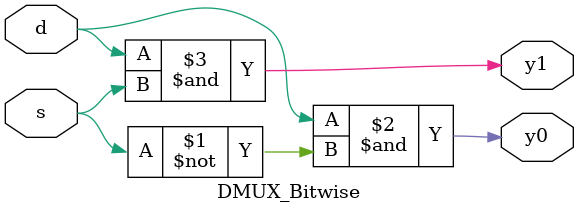
<source format=v>
`timescale 1ns / 1ps


module DMUX_Bitwise(input d,s,output y0,y1);
assign y0= d&~s;
assign y1= d&s;
endmodule

</source>
